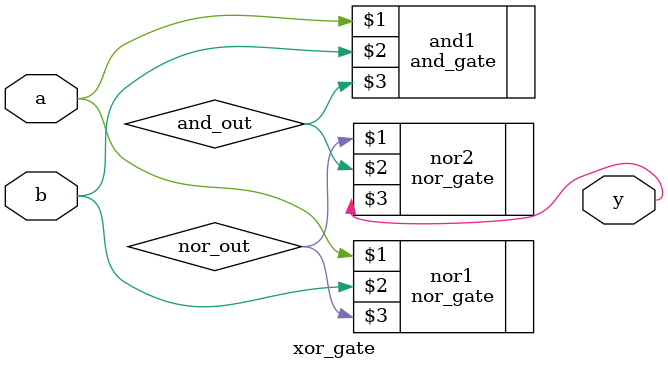
<source format=v>
`timescale 1ns / 1ps

module xor_gate (
  input wire a, // 入力A
  input wire b, // 入力B
  output wire y // 出力Y = A XOR B
);
  wire nor_out;
  wire and_out;

  nor_gate nor1 (a, b, nor_out);
  and_gate and1 (a, b, and_out);
  nor_gate nor2 (nor_out, and_out, y);
endmodule
</source>
